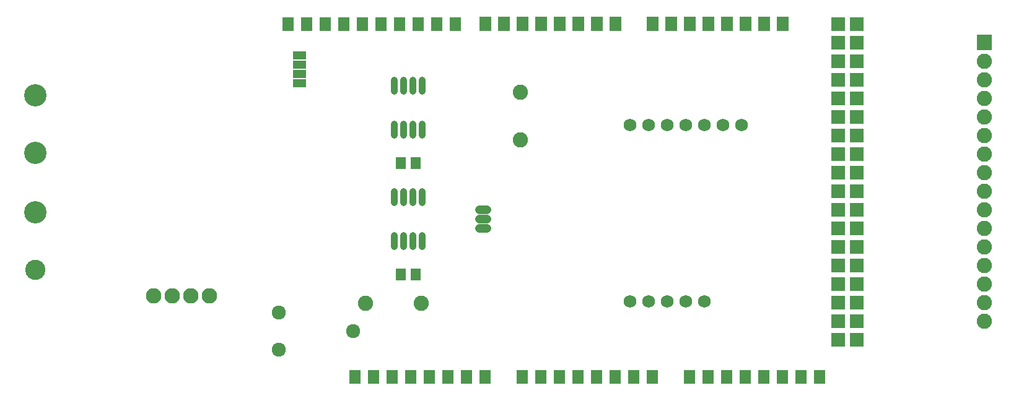
<source format=gts>
G04 Layer: TopSolderMaskLayer*
G04 EasyEDA v6.3.22, 2020-01-24T18:32:25--3:00*
G04 4d49d37693604a838117592599bc2fa2,3fb4d9e5e1f4485794c53a7e2051cb48,10*
G04 Gerber Generator version 0.2*
G04 Scale: 100 percent, Rotated: No, Reflected: No *
G04 Dimensions in inches *
G04 leading zeros omitted , absolute positions ,2 integer and 4 decimal *
%FSLAX24Y24*%
%MOIN*%
G90*
G70D02*

%ADD30C,0.035559*%
%ADD31C,0.047370*%
%ADD34C,0.068000*%
%ADD35C,0.082000*%
%ADD37C,0.120000*%
%ADD38C,0.108740*%
%ADD39C,0.075748*%
%ADD40C,0.083000*%
%ADD41R,0.064000X0.075200*%

%LPD*%
G54D30*
G01X21250Y14514D02*
G01X21250Y15105D01*
G01X21750Y14514D02*
G01X21750Y15105D01*
G01X22250Y14514D02*
G01X22250Y15105D01*
G01X22750Y14514D02*
G01X22750Y15105D01*
G01X21250Y16894D02*
G01X21250Y17485D01*
G01X21750Y16894D02*
G01X21750Y17485D01*
G01X22250Y16894D02*
G01X22250Y17485D01*
G01X22750Y16894D02*
G01X22750Y17485D01*
G01X21250Y8514D02*
G01X21250Y9105D01*
G01X21750Y8514D02*
G01X21750Y9105D01*
G01X22250Y8514D02*
G01X22250Y9105D01*
G01X22750Y8514D02*
G01X22750Y9105D01*
G01X21250Y10894D02*
G01X21250Y11485D01*
G01X21750Y10894D02*
G01X21750Y11485D01*
G01X22250Y10894D02*
G01X22250Y11485D01*
G01X22750Y10894D02*
G01X22750Y11485D01*
G54D31*
G01X26246Y10500D02*
G01X25853Y10500D01*
G01X26246Y10000D02*
G01X25853Y10000D01*
G01X26246Y9500D02*
G01X25853Y9500D01*
G36*
G01X15794Y18084D02*
G01X15794Y18515D01*
G01X16505Y18515D01*
G01X16505Y18084D01*
G01X15794Y18084D01*
G37*
G36*
G01X15794Y18584D02*
G01X15794Y19015D01*
G01X16505Y19015D01*
G01X16505Y18584D01*
G01X15794Y18584D01*
G37*
G36*
G01X15794Y17584D02*
G01X15794Y18015D01*
G01X16505Y18015D01*
G01X16505Y17584D01*
G01X15794Y17584D01*
G37*
G36*
G01X15794Y17084D02*
G01X15794Y17515D01*
G01X16505Y17515D01*
G01X16505Y17084D01*
G01X15794Y17084D01*
G37*
G36*
G01X22131Y6675D02*
G01X22131Y7325D01*
G01X22668Y7325D01*
G01X22668Y6675D01*
G01X22131Y6675D01*
G37*
G36*
G01X21331Y6675D02*
G01X21331Y7325D01*
G01X21868Y7325D01*
G01X21868Y6675D01*
G01X21331Y6675D01*
G37*
G36*
G01X22131Y12675D02*
G01X22131Y13325D01*
G01X22668Y13325D01*
G01X22668Y12675D01*
G01X22131Y12675D01*
G37*
G36*
G01X21331Y12675D02*
G01X21331Y13325D01*
G01X21868Y13325D01*
G01X21868Y12675D01*
G01X21331Y12675D01*
G37*
G54D34*
G01X33950Y15050D03*
G01X36950Y15050D03*
G01X37950Y15050D03*
G01X34950Y5550D03*
G01X35950Y5550D03*
G01X36950Y5550D03*
G01X33950Y5550D03*
G01X39950Y15050D03*
G01X38950Y15050D03*
G01X35950Y15050D03*
G01X34950Y15050D03*
G01X37950Y5550D03*
G54D35*
G01X28050Y16830D03*
G01X28050Y14269D03*
G36*
G01X52589Y19090D02*
G01X52589Y19909D01*
G01X53410Y19909D01*
G01X53410Y19090D01*
G01X52589Y19090D01*
G37*
G01X53000Y18500D03*
G01X53000Y17500D03*
G01X53000Y16500D03*
G01X53000Y15500D03*
G01X53000Y14500D03*
G01X53000Y13500D03*
G01X53000Y12500D03*
G01X53000Y11500D03*
G01X53000Y10500D03*
G01X53000Y9500D03*
G01X53000Y8500D03*
G01X53000Y7500D03*
G01X53000Y6500D03*
G01X53000Y5500D03*
G01X53000Y4500D03*
G54D37*
G01X1950Y16650D03*
G01X1950Y13550D03*
G54D38*
G01X1950Y7250D03*
G54D37*
G01X1950Y10350D03*
G54D39*
G01X15050Y4950D03*
G01X15050Y2950D03*
G01X19050Y3950D03*
G54D35*
G01X19700Y5450D03*
G01X22700Y5450D03*
G54D40*
G01X8300Y5850D03*
G01X9300Y5850D03*
G01X10300Y5850D03*
G01X11300Y5850D03*
G36*
G01X32830Y20123D02*
G01X32830Y20876D01*
G01X33469Y20876D01*
G01X33469Y20123D01*
G01X32830Y20123D01*
G37*
G36*
G01X31830Y20123D02*
G01X31830Y20876D01*
G01X32469Y20876D01*
G01X32469Y20123D01*
G01X31830Y20123D01*
G37*
G36*
G01X30830Y20123D02*
G01X30830Y20876D01*
G01X31469Y20876D01*
G01X31469Y20123D01*
G01X30830Y20123D01*
G37*
G36*
G01X29830Y20123D02*
G01X29830Y20876D01*
G01X30469Y20876D01*
G01X30469Y20123D01*
G01X29830Y20123D01*
G37*
G36*
G01X28830Y20123D02*
G01X28830Y20876D01*
G01X29469Y20876D01*
G01X29469Y20123D01*
G01X28830Y20123D01*
G37*
G36*
G01X27830Y20123D02*
G01X27830Y20876D01*
G01X28469Y20876D01*
G01X28469Y20123D01*
G01X27830Y20123D01*
G37*
G36*
G01X26830Y20123D02*
G01X26830Y20876D01*
G01X27469Y20876D01*
G01X27469Y20123D01*
G01X26830Y20123D01*
G37*
G36*
G01X25830Y20123D02*
G01X25830Y20876D01*
G01X26469Y20876D01*
G01X26469Y20123D01*
G01X25830Y20123D01*
G37*
G36*
G01X41830Y20123D02*
G01X41830Y20876D01*
G01X42469Y20876D01*
G01X42469Y20123D01*
G01X41830Y20123D01*
G37*
G36*
G01X40830Y20123D02*
G01X40830Y20876D01*
G01X41469Y20876D01*
G01X41469Y20123D01*
G01X40830Y20123D01*
G37*
G36*
G01X39830Y20123D02*
G01X39830Y20876D01*
G01X40469Y20876D01*
G01X40469Y20123D01*
G01X39830Y20123D01*
G37*
G36*
G01X38830Y20123D02*
G01X38830Y20876D01*
G01X39469Y20876D01*
G01X39469Y20123D01*
G01X38830Y20123D01*
G37*
G36*
G01X37830Y20123D02*
G01X37830Y20876D01*
G01X38469Y20876D01*
G01X38469Y20123D01*
G01X37830Y20123D01*
G37*
G36*
G01X36830Y20123D02*
G01X36830Y20876D01*
G01X37469Y20876D01*
G01X37469Y20123D01*
G01X36830Y20123D01*
G37*
G36*
G01X35830Y20123D02*
G01X35830Y20876D01*
G01X36469Y20876D01*
G01X36469Y20123D01*
G01X35830Y20123D01*
G37*
G36*
G01X34830Y20123D02*
G01X34830Y20876D01*
G01X35469Y20876D01*
G01X35469Y20123D01*
G01X34830Y20123D01*
G37*
G36*
G01X44780Y20130D02*
G01X44780Y20869D01*
G01X45519Y20869D01*
G01X45519Y20130D01*
G01X44780Y20130D01*
G37*
G36*
G01X45780Y20130D02*
G01X45780Y20869D01*
G01X46519Y20869D01*
G01X46519Y20130D01*
G01X45780Y20130D01*
G37*
G36*
G01X44780Y19130D02*
G01X44780Y19869D01*
G01X45519Y19869D01*
G01X45519Y19130D01*
G01X44780Y19130D01*
G37*
G36*
G01X45780Y19130D02*
G01X45780Y19869D01*
G01X46519Y19869D01*
G01X46519Y19130D01*
G01X45780Y19130D01*
G37*
G36*
G01X44780Y18130D02*
G01X44780Y18869D01*
G01X45519Y18869D01*
G01X45519Y18130D01*
G01X44780Y18130D01*
G37*
G36*
G01X45780Y18130D02*
G01X45780Y18869D01*
G01X46519Y18869D01*
G01X46519Y18130D01*
G01X45780Y18130D01*
G37*
G36*
G01X44780Y17130D02*
G01X44780Y17869D01*
G01X45519Y17869D01*
G01X45519Y17130D01*
G01X44780Y17130D01*
G37*
G36*
G01X45780Y17130D02*
G01X45780Y17869D01*
G01X46519Y17869D01*
G01X46519Y17130D01*
G01X45780Y17130D01*
G37*
G36*
G01X44780Y16130D02*
G01X44780Y16869D01*
G01X45519Y16869D01*
G01X45519Y16130D01*
G01X44780Y16130D01*
G37*
G36*
G01X45780Y16130D02*
G01X45780Y16869D01*
G01X46519Y16869D01*
G01X46519Y16130D01*
G01X45780Y16130D01*
G37*
G36*
G01X44780Y15130D02*
G01X44780Y15869D01*
G01X45519Y15869D01*
G01X45519Y15130D01*
G01X44780Y15130D01*
G37*
G36*
G01X45780Y15130D02*
G01X45780Y15869D01*
G01X46519Y15869D01*
G01X46519Y15130D01*
G01X45780Y15130D01*
G37*
G36*
G01X44780Y14130D02*
G01X44780Y14869D01*
G01X45519Y14869D01*
G01X45519Y14130D01*
G01X44780Y14130D01*
G37*
G36*
G01X45780Y14130D02*
G01X45780Y14869D01*
G01X46519Y14869D01*
G01X46519Y14130D01*
G01X45780Y14130D01*
G37*
G36*
G01X44780Y13130D02*
G01X44780Y13869D01*
G01X45519Y13869D01*
G01X45519Y13130D01*
G01X44780Y13130D01*
G37*
G36*
G01X45780Y13130D02*
G01X45780Y13869D01*
G01X46519Y13869D01*
G01X46519Y13130D01*
G01X45780Y13130D01*
G37*
G36*
G01X44780Y12130D02*
G01X44780Y12869D01*
G01X45519Y12869D01*
G01X45519Y12130D01*
G01X44780Y12130D01*
G37*
G36*
G01X45780Y12130D02*
G01X45780Y12869D01*
G01X46519Y12869D01*
G01X46519Y12130D01*
G01X45780Y12130D01*
G37*
G36*
G01X44780Y11130D02*
G01X44780Y11869D01*
G01X45519Y11869D01*
G01X45519Y11130D01*
G01X44780Y11130D01*
G37*
G36*
G01X45780Y11130D02*
G01X45780Y11869D01*
G01X46519Y11869D01*
G01X46519Y11130D01*
G01X45780Y11130D01*
G37*
G36*
G01X44780Y10130D02*
G01X44780Y10869D01*
G01X45519Y10869D01*
G01X45519Y10130D01*
G01X44780Y10130D01*
G37*
G36*
G01X45780Y10130D02*
G01X45780Y10869D01*
G01X46519Y10869D01*
G01X46519Y10130D01*
G01X45780Y10130D01*
G37*
G36*
G01X44780Y9130D02*
G01X44780Y9869D01*
G01X45519Y9869D01*
G01X45519Y9130D01*
G01X44780Y9130D01*
G37*
G36*
G01X45780Y9130D02*
G01X45780Y9869D01*
G01X46519Y9869D01*
G01X46519Y9130D01*
G01X45780Y9130D01*
G37*
G36*
G01X44780Y8130D02*
G01X44780Y8869D01*
G01X45519Y8869D01*
G01X45519Y8130D01*
G01X44780Y8130D01*
G37*
G36*
G01X45780Y8130D02*
G01X45780Y8869D01*
G01X46519Y8869D01*
G01X46519Y8130D01*
G01X45780Y8130D01*
G37*
G36*
G01X44780Y7130D02*
G01X44780Y7869D01*
G01X45519Y7869D01*
G01X45519Y7130D01*
G01X44780Y7130D01*
G37*
G36*
G01X45780Y7130D02*
G01X45780Y7869D01*
G01X46519Y7869D01*
G01X46519Y7130D01*
G01X45780Y7130D01*
G37*
G36*
G01X44780Y6130D02*
G01X44780Y6869D01*
G01X45519Y6869D01*
G01X45519Y6130D01*
G01X44780Y6130D01*
G37*
G36*
G01X45780Y6130D02*
G01X45780Y6869D01*
G01X46519Y6869D01*
G01X46519Y6130D01*
G01X45780Y6130D01*
G37*
G36*
G01X44780Y5130D02*
G01X44780Y5869D01*
G01X45519Y5869D01*
G01X45519Y5130D01*
G01X44780Y5130D01*
G37*
G36*
G01X45780Y5130D02*
G01X45780Y5869D01*
G01X46519Y5869D01*
G01X46519Y5130D01*
G01X45780Y5130D01*
G37*
G36*
G01X44780Y4130D02*
G01X44780Y4869D01*
G01X45519Y4869D01*
G01X45519Y4130D01*
G01X44780Y4130D01*
G37*
G36*
G01X45780Y4130D02*
G01X45780Y4869D01*
G01X46519Y4869D01*
G01X46519Y4130D01*
G01X45780Y4130D01*
G37*
G36*
G01X44780Y3130D02*
G01X44780Y3869D01*
G01X45519Y3869D01*
G01X45519Y3130D01*
G01X44780Y3130D01*
G37*
G36*
G01X45780Y3130D02*
G01X45780Y3869D01*
G01X46519Y3869D01*
G01X46519Y3130D01*
G01X45780Y3130D01*
G37*
G54D41*
G01X28150Y1500D03*
G01X29150Y1500D03*
G01X30150Y1500D03*
G01X31150Y1500D03*
G01X32150Y1500D03*
G01X33150Y1500D03*
G01X34150Y1500D03*
G01X35150Y1500D03*
G01X37150Y1500D03*
G01X38150Y1500D03*
G01X39150Y1500D03*
G01X40150Y1500D03*
G01X41150Y1500D03*
G01X42150Y1500D03*
G01X43150Y1500D03*
G01X44150Y1500D03*
G01X15550Y20500D03*
G01X16550Y20500D03*
G01X17550Y20500D03*
G01X18550Y20500D03*
G01X19550Y20500D03*
G01X20550Y20500D03*
G01X21550Y20500D03*
G01X22550Y20500D03*
G01X23550Y20500D03*
G01X24550Y20500D03*
G01X19150Y1500D03*
G01X20150Y1500D03*
G01X21150Y1500D03*
G01X22150Y1500D03*
G01X23150Y1500D03*
G01X24150Y1500D03*
G01X25150Y1500D03*
G01X26150Y1500D03*
M00*
M02*

</source>
